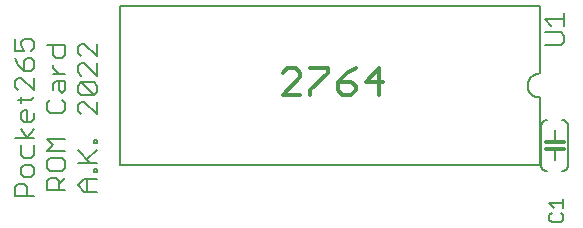
<source format=gto>
G75*
%MOIN*%
%OFA0B0*%
%FSLAX25Y25*%
%IPPOS*%
%LPD*%
%AMOC8*
5,1,8,0,0,1.08239X$1,22.5*
%
%ADD10C,0.00800*%
%ADD11C,0.01200*%
%ADD12C,0.00600*%
%ADD13C,0.00500*%
D10*
X0009145Y0041907D02*
X0009145Y0045009D01*
X0010179Y0046043D01*
X0012247Y0046043D01*
X0013282Y0045009D01*
X0013282Y0041907D01*
X0015350Y0041907D02*
X0009145Y0041907D01*
X0012247Y0048352D02*
X0014316Y0048352D01*
X0015350Y0049386D01*
X0015350Y0051455D01*
X0014316Y0052489D01*
X0012247Y0052489D01*
X0011213Y0051455D01*
X0011213Y0049386D01*
X0012247Y0048352D01*
X0019645Y0047158D02*
X0019645Y0044055D01*
X0025850Y0044055D01*
X0023782Y0044055D02*
X0023782Y0047158D01*
X0022747Y0048192D01*
X0020679Y0048192D01*
X0019645Y0047158D01*
X0020679Y0050501D02*
X0024816Y0050501D01*
X0025850Y0051535D01*
X0025850Y0053603D01*
X0024816Y0054637D01*
X0020679Y0054637D01*
X0019645Y0053603D01*
X0019645Y0051535D01*
X0020679Y0050501D01*
X0023782Y0046124D02*
X0025850Y0048192D01*
X0030145Y0045586D02*
X0032213Y0047655D01*
X0036350Y0047655D01*
X0036350Y0049963D02*
X0035316Y0049963D01*
X0035316Y0050998D01*
X0036350Y0050998D01*
X0036350Y0049963D01*
X0033247Y0047655D02*
X0033247Y0043518D01*
X0032213Y0043518D02*
X0030145Y0045586D01*
X0032213Y0043518D02*
X0036350Y0043518D01*
X0036350Y0053186D02*
X0030145Y0053186D01*
X0033247Y0054220D02*
X0036350Y0057323D01*
X0036350Y0059632D02*
X0035316Y0059632D01*
X0035316Y0060666D01*
X0036350Y0060666D01*
X0036350Y0059632D01*
X0030145Y0057323D02*
X0034282Y0053186D01*
X0025850Y0056946D02*
X0019645Y0056946D01*
X0021713Y0059015D01*
X0019645Y0061083D01*
X0025850Y0061083D01*
X0015350Y0061243D02*
X0009145Y0061243D01*
X0011213Y0058934D02*
X0011213Y0055832D01*
X0012247Y0054798D01*
X0014316Y0054798D01*
X0015350Y0055832D01*
X0015350Y0058934D01*
X0013282Y0061243D02*
X0011213Y0064346D01*
X0012247Y0066614D02*
X0011213Y0067649D01*
X0011213Y0069717D01*
X0012247Y0070751D01*
X0013282Y0070751D01*
X0013282Y0066614D01*
X0014316Y0066614D02*
X0012247Y0066614D01*
X0014316Y0066614D02*
X0015350Y0067649D01*
X0015350Y0069717D01*
X0019645Y0070871D02*
X0019645Y0072940D01*
X0020679Y0073974D01*
X0019645Y0070871D02*
X0020679Y0069837D01*
X0024816Y0069837D01*
X0025850Y0070871D01*
X0025850Y0072940D01*
X0024816Y0073974D01*
X0024816Y0076283D02*
X0023782Y0077317D01*
X0023782Y0080419D01*
X0022747Y0080419D02*
X0025850Y0080419D01*
X0025850Y0077317D01*
X0024816Y0076283D01*
X0021713Y0077317D02*
X0021713Y0079385D01*
X0022747Y0080419D01*
X0021713Y0082728D02*
X0025850Y0082728D01*
X0023782Y0082728D02*
X0021713Y0084797D01*
X0021713Y0085831D01*
X0022747Y0088099D02*
X0021713Y0089134D01*
X0021713Y0092236D01*
X0019645Y0092236D02*
X0025850Y0092236D01*
X0025850Y0089134D01*
X0024816Y0088099D01*
X0022747Y0088099D01*
X0015350Y0086905D02*
X0015350Y0084837D01*
X0014316Y0083802D01*
X0012247Y0083802D01*
X0012247Y0086905D01*
X0013282Y0087939D01*
X0014316Y0087939D01*
X0015350Y0086905D01*
X0012247Y0083802D02*
X0010179Y0085871D01*
X0009145Y0087939D01*
X0009145Y0090248D02*
X0012247Y0090248D01*
X0011213Y0092316D01*
X0011213Y0093350D01*
X0012247Y0094385D01*
X0014316Y0094385D01*
X0015350Y0093350D01*
X0015350Y0091282D01*
X0014316Y0090248D01*
X0009145Y0090248D02*
X0009145Y0094385D01*
X0010179Y0081494D02*
X0009145Y0080459D01*
X0009145Y0078391D01*
X0010179Y0077357D01*
X0011213Y0075128D02*
X0011213Y0073060D01*
X0010179Y0074094D02*
X0014316Y0074094D01*
X0015350Y0075128D01*
X0015350Y0077357D02*
X0011213Y0081494D01*
X0010179Y0081494D01*
X0015350Y0081494D02*
X0015350Y0077357D01*
X0030145Y0076780D02*
X0031179Y0075745D01*
X0035316Y0075745D01*
X0031179Y0079882D01*
X0035316Y0079882D01*
X0036350Y0078848D01*
X0036350Y0076780D01*
X0035316Y0075745D01*
X0036350Y0073437D02*
X0036350Y0069300D01*
X0032213Y0073437D01*
X0031179Y0073437D01*
X0030145Y0072403D01*
X0030145Y0070334D01*
X0031179Y0069300D01*
X0030145Y0076780D02*
X0030145Y0078848D01*
X0031179Y0079882D01*
X0031179Y0082191D02*
X0030145Y0083225D01*
X0030145Y0085294D01*
X0031179Y0086328D01*
X0032213Y0086328D01*
X0036350Y0082191D01*
X0036350Y0086328D01*
X0036350Y0088636D02*
X0032213Y0092773D01*
X0031179Y0092773D01*
X0030145Y0091739D01*
X0030145Y0089671D01*
X0031179Y0088636D01*
X0036350Y0088636D02*
X0036350Y0092773D01*
X0015350Y0064346D02*
X0013282Y0061243D01*
D11*
X0098350Y0075750D02*
X0104222Y0081622D01*
X0104222Y0083090D01*
X0102754Y0084558D01*
X0099818Y0084558D01*
X0098350Y0083090D01*
X0107558Y0084558D02*
X0113430Y0084558D01*
X0113430Y0083090D01*
X0107558Y0077218D01*
X0107558Y0075750D01*
X0104222Y0075750D02*
X0098350Y0075750D01*
X0116766Y0077218D02*
X0118234Y0075750D01*
X0121169Y0075750D01*
X0122637Y0077218D01*
X0122637Y0078686D01*
X0121169Y0080154D01*
X0116766Y0080154D01*
X0116766Y0077218D01*
X0116766Y0080154D02*
X0119702Y0083090D01*
X0122637Y0084558D01*
X0125974Y0080154D02*
X0131845Y0080154D01*
X0130377Y0075750D02*
X0130377Y0084558D01*
X0125974Y0080154D01*
X0186000Y0060200D02*
X0189000Y0060200D01*
X0192000Y0060200D01*
X0192000Y0057700D02*
X0189000Y0057700D01*
X0186000Y0057700D01*
D12*
X0189000Y0057700D02*
X0189000Y0053900D01*
X0186500Y0050400D02*
X0186413Y0050402D01*
X0186326Y0050408D01*
X0186239Y0050417D01*
X0186153Y0050430D01*
X0186067Y0050447D01*
X0185982Y0050468D01*
X0185899Y0050493D01*
X0185816Y0050521D01*
X0185735Y0050552D01*
X0185655Y0050587D01*
X0185577Y0050626D01*
X0185500Y0050668D01*
X0185425Y0050713D01*
X0185353Y0050762D01*
X0185282Y0050813D01*
X0185214Y0050868D01*
X0185149Y0050925D01*
X0185086Y0050986D01*
X0185025Y0051049D01*
X0184968Y0051114D01*
X0184913Y0051182D01*
X0184862Y0051253D01*
X0184813Y0051325D01*
X0184768Y0051400D01*
X0184726Y0051477D01*
X0184687Y0051555D01*
X0184652Y0051635D01*
X0184621Y0051716D01*
X0184593Y0051799D01*
X0184568Y0051882D01*
X0184547Y0051967D01*
X0184530Y0052053D01*
X0184517Y0052139D01*
X0184508Y0052226D01*
X0184502Y0052313D01*
X0184500Y0052400D01*
X0184500Y0065400D01*
X0184502Y0065487D01*
X0184508Y0065574D01*
X0184517Y0065661D01*
X0184530Y0065747D01*
X0184547Y0065833D01*
X0184568Y0065918D01*
X0184593Y0066001D01*
X0184621Y0066084D01*
X0184652Y0066165D01*
X0184687Y0066245D01*
X0184726Y0066323D01*
X0184768Y0066400D01*
X0184813Y0066475D01*
X0184862Y0066547D01*
X0184913Y0066618D01*
X0184968Y0066686D01*
X0185025Y0066751D01*
X0185086Y0066814D01*
X0185149Y0066875D01*
X0185214Y0066932D01*
X0185282Y0066987D01*
X0185353Y0067038D01*
X0185425Y0067087D01*
X0185500Y0067132D01*
X0185577Y0067174D01*
X0185655Y0067213D01*
X0185735Y0067248D01*
X0185816Y0067279D01*
X0185899Y0067307D01*
X0185982Y0067332D01*
X0186067Y0067353D01*
X0186153Y0067370D01*
X0186239Y0067383D01*
X0186326Y0067392D01*
X0186413Y0067398D01*
X0186500Y0067400D01*
X0191500Y0067400D02*
X0191587Y0067398D01*
X0191674Y0067392D01*
X0191761Y0067383D01*
X0191847Y0067370D01*
X0191933Y0067353D01*
X0192018Y0067332D01*
X0192101Y0067307D01*
X0192184Y0067279D01*
X0192265Y0067248D01*
X0192345Y0067213D01*
X0192423Y0067174D01*
X0192500Y0067132D01*
X0192575Y0067087D01*
X0192647Y0067038D01*
X0192718Y0066987D01*
X0192786Y0066932D01*
X0192851Y0066875D01*
X0192914Y0066814D01*
X0192975Y0066751D01*
X0193032Y0066686D01*
X0193087Y0066618D01*
X0193138Y0066547D01*
X0193187Y0066475D01*
X0193232Y0066400D01*
X0193274Y0066323D01*
X0193313Y0066245D01*
X0193348Y0066165D01*
X0193379Y0066084D01*
X0193407Y0066001D01*
X0193432Y0065918D01*
X0193453Y0065833D01*
X0193470Y0065747D01*
X0193483Y0065661D01*
X0193492Y0065574D01*
X0193498Y0065487D01*
X0193500Y0065400D01*
X0193500Y0052400D01*
X0193498Y0052313D01*
X0193492Y0052226D01*
X0193483Y0052139D01*
X0193470Y0052053D01*
X0193453Y0051967D01*
X0193432Y0051882D01*
X0193407Y0051799D01*
X0193379Y0051716D01*
X0193348Y0051635D01*
X0193313Y0051555D01*
X0193274Y0051477D01*
X0193232Y0051400D01*
X0193187Y0051325D01*
X0193138Y0051253D01*
X0193087Y0051182D01*
X0193032Y0051114D01*
X0192975Y0051049D01*
X0192914Y0050986D01*
X0192851Y0050925D01*
X0192786Y0050868D01*
X0192718Y0050813D01*
X0192647Y0050762D01*
X0192575Y0050713D01*
X0192500Y0050668D01*
X0192423Y0050626D01*
X0192345Y0050587D01*
X0192265Y0050552D01*
X0192184Y0050521D01*
X0192101Y0050493D01*
X0192018Y0050468D01*
X0191933Y0050447D01*
X0191847Y0050430D01*
X0191761Y0050417D01*
X0191674Y0050408D01*
X0191587Y0050402D01*
X0191500Y0050400D01*
X0184000Y0052400D02*
X0184000Y0074900D01*
X0183874Y0074902D01*
X0183749Y0074908D01*
X0183624Y0074918D01*
X0183499Y0074932D01*
X0183374Y0074949D01*
X0183250Y0074971D01*
X0183127Y0074996D01*
X0183005Y0075026D01*
X0182884Y0075059D01*
X0182764Y0075096D01*
X0182645Y0075136D01*
X0182528Y0075181D01*
X0182411Y0075229D01*
X0182297Y0075281D01*
X0182184Y0075336D01*
X0182073Y0075395D01*
X0181964Y0075457D01*
X0181857Y0075523D01*
X0181752Y0075592D01*
X0181649Y0075664D01*
X0181548Y0075739D01*
X0181450Y0075818D01*
X0181355Y0075900D01*
X0181262Y0075984D01*
X0181172Y0076072D01*
X0181084Y0076162D01*
X0181000Y0076255D01*
X0180918Y0076350D01*
X0180839Y0076448D01*
X0180764Y0076549D01*
X0180692Y0076652D01*
X0180623Y0076757D01*
X0180557Y0076864D01*
X0180495Y0076973D01*
X0180436Y0077084D01*
X0180381Y0077197D01*
X0180329Y0077311D01*
X0180281Y0077428D01*
X0180236Y0077545D01*
X0180196Y0077664D01*
X0180159Y0077784D01*
X0180126Y0077905D01*
X0180096Y0078027D01*
X0180071Y0078150D01*
X0180049Y0078274D01*
X0180032Y0078399D01*
X0180018Y0078524D01*
X0180008Y0078649D01*
X0180002Y0078774D01*
X0180000Y0078900D01*
X0180002Y0079026D01*
X0180008Y0079151D01*
X0180018Y0079276D01*
X0180032Y0079401D01*
X0180049Y0079526D01*
X0180071Y0079650D01*
X0180096Y0079773D01*
X0180126Y0079895D01*
X0180159Y0080016D01*
X0180196Y0080136D01*
X0180236Y0080255D01*
X0180281Y0080372D01*
X0180329Y0080489D01*
X0180381Y0080603D01*
X0180436Y0080716D01*
X0180495Y0080827D01*
X0180557Y0080936D01*
X0180623Y0081043D01*
X0180692Y0081148D01*
X0180764Y0081251D01*
X0180839Y0081352D01*
X0180918Y0081450D01*
X0181000Y0081545D01*
X0181084Y0081638D01*
X0181172Y0081728D01*
X0181262Y0081816D01*
X0181355Y0081900D01*
X0181450Y0081982D01*
X0181548Y0082061D01*
X0181649Y0082136D01*
X0181752Y0082208D01*
X0181857Y0082277D01*
X0181964Y0082343D01*
X0182073Y0082405D01*
X0182184Y0082464D01*
X0182297Y0082519D01*
X0182411Y0082571D01*
X0182528Y0082619D01*
X0182645Y0082664D01*
X0182764Y0082704D01*
X0182884Y0082741D01*
X0183005Y0082774D01*
X0183127Y0082804D01*
X0183250Y0082829D01*
X0183374Y0082851D01*
X0183499Y0082868D01*
X0183624Y0082882D01*
X0183749Y0082892D01*
X0183874Y0082898D01*
X0184000Y0082900D01*
X0184000Y0105400D01*
X0044000Y0105400D01*
X0044000Y0052400D01*
X0184000Y0052400D01*
X0189000Y0060200D02*
X0189000Y0063900D01*
X0191132Y0092309D02*
X0185795Y0092309D01*
X0185795Y0096579D02*
X0191132Y0096579D01*
X0192200Y0095512D01*
X0192200Y0093377D01*
X0191132Y0092309D01*
X0192200Y0098754D02*
X0192200Y0103025D01*
X0192200Y0100890D02*
X0185795Y0100890D01*
X0187930Y0098754D01*
D13*
X0191750Y0041049D02*
X0191750Y0038046D01*
X0191750Y0039547D02*
X0187246Y0039547D01*
X0188747Y0038046D01*
X0187997Y0036445D02*
X0187246Y0035694D01*
X0187246Y0034193D01*
X0187997Y0033442D01*
X0190999Y0033442D01*
X0191750Y0034193D01*
X0191750Y0035694D01*
X0190999Y0036445D01*
M02*

</source>
